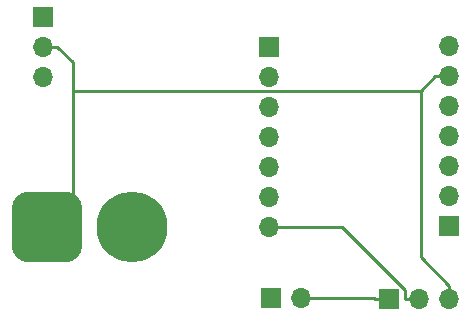
<source format=gbr>
%TF.GenerationSoftware,KiCad,Pcbnew,6.0.4-6f826c9f35~116~ubuntu20.04.1*%
%TF.CreationDate,2022-04-06T08:17:54+02:00*%
%TF.ProjectId,TestProject,54657374-5072-46f6-9a65-63742e6b6963,rev?*%
%TF.SameCoordinates,Original*%
%TF.FileFunction,Copper,L1,Top*%
%TF.FilePolarity,Positive*%
%FSLAX46Y46*%
G04 Gerber Fmt 4.6, Leading zero omitted, Abs format (unit mm)*
G04 Created by KiCad (PCBNEW 6.0.4-6f826c9f35~116~ubuntu20.04.1) date 2022-04-06 08:17:54*
%MOMM*%
%LPD*%
G01*
G04 APERTURE LIST*
G04 Aperture macros list*
%AMRoundRect*
0 Rectangle with rounded corners*
0 $1 Rounding radius*
0 $2 $3 $4 $5 $6 $7 $8 $9 X,Y pos of 4 corners*
0 Add a 4 corners polygon primitive as box body*
4,1,4,$2,$3,$4,$5,$6,$7,$8,$9,$2,$3,0*
0 Add four circle primitives for the rounded corners*
1,1,$1+$1,$2,$3*
1,1,$1+$1,$4,$5*
1,1,$1+$1,$6,$7*
1,1,$1+$1,$8,$9*
0 Add four rect primitives between the rounded corners*
20,1,$1+$1,$2,$3,$4,$5,0*
20,1,$1+$1,$4,$5,$6,$7,0*
20,1,$1+$1,$6,$7,$8,$9,0*
20,1,$1+$1,$8,$9,$2,$3,0*%
G04 Aperture macros list end*
%TA.AperFunction,ComponentPad*%
%ADD10R,1.700000X1.700000*%
%TD*%
%TA.AperFunction,ComponentPad*%
%ADD11O,1.700000X1.700000*%
%TD*%
%TA.AperFunction,ComponentPad*%
%ADD12RoundRect,1.500000X-1.500000X-1.500000X1.500000X-1.500000X1.500000X1.500000X-1.500000X1.500000X0*%
%TD*%
%TA.AperFunction,ComponentPad*%
%ADD13C,6.000000*%
%TD*%
%TA.AperFunction,Conductor*%
%ADD14C,0.250000*%
%TD*%
G04 APERTURE END LIST*
D10*
%TO.P,J4_LED1,1,Pin_1*%
%TO.N,ButtonOut*%
X48260000Y-39165700D03*
D11*
%TO.P,J4_LED1,2,Pin_2*%
%TO.N,SIG_LED*%
X50800000Y-39165700D03*
%TO.P,J4_LED1,3,Pin_3*%
%TO.N,GND*%
X53340000Y-39165700D03*
%TD*%
D10*
%TO.P,J3_MCU_Left1,1,Pin_1*%
%TO.N,unconnected-(J3_MCU_Left1-Pad1)*%
X38075000Y-17760000D03*
D11*
%TO.P,J3_MCU_Left1,2,Pin_2*%
%TO.N,unconnected-(J3_MCU_Left1-Pad2)*%
X38075000Y-20300000D03*
%TO.P,J3_MCU_Left1,3,Pin_3*%
%TO.N,unconnected-(J3_MCU_Left1-Pad3)*%
X38075000Y-22840000D03*
%TO.P,J3_MCU_Left1,4,Pin_4*%
%TO.N,unconnected-(J3_MCU_Left1-Pad4)*%
X38075000Y-25380000D03*
%TO.P,J3_MCU_Left1,5,Pin_5*%
%TO.N,unconnected-(J3_MCU_Left1-Pad5)*%
X38075000Y-27920000D03*
%TO.P,J3_MCU_Left1,6,Pin_6*%
%TO.N,unconnected-(J3_MCU_Left1-Pad6)*%
X38075000Y-30460000D03*
%TO.P,J3_MCU_Left1,7,Pin_7*%
%TO.N,SIG_LED*%
X38075000Y-33000000D03*
%TD*%
D12*
%TO.P,J1_XT60,1,Pin_1*%
%TO.N,GND*%
X19260000Y-33020000D03*
D13*
%TO.P,J1_XT60,2,Pin_2*%
%TO.N,Vin*%
X26460000Y-33020000D03*
%TD*%
D10*
%TO.P,J3_MCU_Right1,1,Pin_1*%
%TO.N,unconnected-(J3_MCU_Right1-Pad1)*%
X53315000Y-32980000D03*
D11*
%TO.P,J3_MCU_Right1,2,Pin_2*%
%TO.N,unconnected-(J3_MCU_Right1-Pad2)*%
X53315000Y-30440000D03*
%TO.P,J3_MCU_Right1,3,Pin_3*%
%TO.N,unconnected-(J3_MCU_Right1-Pad3)*%
X53315000Y-27900000D03*
%TO.P,J3_MCU_Right1,4,Pin_4*%
%TO.N,unconnected-(J3_MCU_Right1-Pad4)*%
X53315000Y-25360000D03*
%TO.P,J3_MCU_Right1,5,Pin_5*%
%TO.N,unconnected-(J3_MCU_Right1-Pad5)*%
X53315000Y-22820000D03*
%TO.P,J3_MCU_Right1,6,Pin_6*%
%TO.N,GND*%
X53315000Y-20280000D03*
%TO.P,J3_MCU_Right1,7,Pin_7*%
%TO.N,ButtonOut*%
X53315000Y-17740000D03*
%TD*%
%TO.P,J5_Button1,2,Pin_2*%
%TO.N,ButtonOut*%
X40816800Y-39082000D03*
D10*
%TO.P,J5_Button1,1,Pin_1*%
%TO.N,V5*%
X38276800Y-39082000D03*
%TD*%
D11*
%TO.P,J2_Buck1,3,Pin_3*%
%TO.N,V5*%
X18990000Y-20350000D03*
%TO.P,J2_Buck1,2,Pin_2*%
%TO.N,GND*%
X18990000Y-17810000D03*
D10*
%TO.P,J2_Buck1,1,Pin_1*%
%TO.N,Vin*%
X18990000Y-15270000D03*
%TD*%
D14*
%TO.N,ButtonOut*%
X47001000Y-39082000D02*
X47084700Y-39165700D01*
X40816800Y-39082000D02*
X47001000Y-39082000D01*
X48260000Y-39165700D02*
X47084700Y-39165700D01*
%TO.N,SIG_LED*%
X49624700Y-38357700D02*
X49624700Y-39165700D01*
X44267000Y-33000000D02*
X49624700Y-38357700D01*
X38075000Y-33000000D02*
X44267000Y-33000000D01*
X50800000Y-39165700D02*
X49624700Y-39165700D01*
%TO.N,GND*%
X18990000Y-17810000D02*
X20165300Y-17810000D01*
X53315000Y-20280000D02*
X52139700Y-20280000D01*
X21460000Y-19104700D02*
X21460000Y-21489400D01*
X20165300Y-17810000D02*
X21460000Y-19104700D01*
X21460000Y-30820000D02*
X19260000Y-33020000D01*
X21460000Y-21489400D02*
X21460000Y-30820000D01*
X53340000Y-39165700D02*
X53340000Y-37990400D01*
X50930300Y-35580700D02*
X53340000Y-37990400D01*
X50930300Y-21489400D02*
X50930300Y-35580700D01*
X21460000Y-21489400D02*
X50930300Y-21489400D01*
X50930300Y-21489400D02*
X52139700Y-20280000D01*
%TD*%
M02*

</source>
